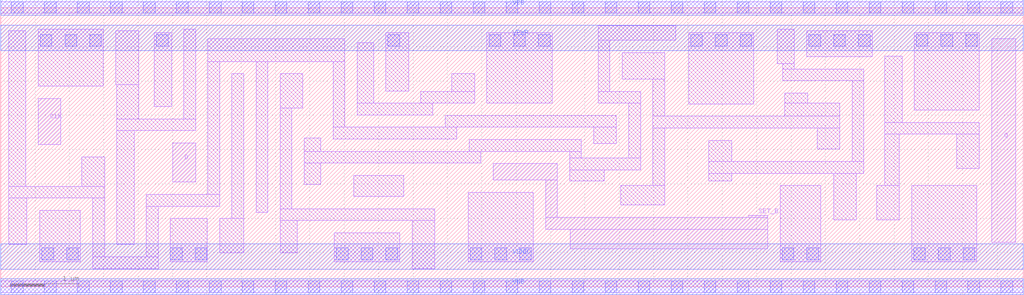
<source format=lef>
# Copyright 2020 The SkyWater PDK Authors
#
# Licensed under the Apache License, Version 2.0 (the "License");
# you may not use this file except in compliance with the License.
# You may obtain a copy of the License at
#
#     https://www.apache.org/licenses/LICENSE-2.0
#
# Unless required by applicable law or agreed to in writing, software
# distributed under the License is distributed on an "AS IS" BASIS,
# WITHOUT WARRANTIES OR CONDITIONS OF ANY KIND, either express or implied.
# See the License for the specific language governing permissions and
# limitations under the License.
#
# SPDX-License-Identifier: Apache-2.0

VERSION 5.7 ;
  NOWIREEXTENSIONATPIN ON ;
  DIVIDERCHAR "/" ;
  BUSBITCHARS "[]" ;
UNITS
  DATABASE MICRONS 200 ;
END UNITS
MACRO sky130_fd_sc_hvl__dfstp_1
  CLASS CORE ;
  FOREIGN sky130_fd_sc_hvl__dfstp_1 ;
  ORIGIN  0.000000  0.000000 ;
  SIZE  14.88000 BY  4.070000 ;
  SYMMETRY X Y ;
  SITE unithv ;
  PIN D
    ANTENNAGATEAREA  0.420000 ;
    DIRECTION INPUT ;
    USE SIGNAL ;
    PORT
      LAYER li1 ;
        RECT 2.505000 1.525000 2.835000 2.095000 ;
    END
  END D
  PIN Q
    ANTENNADIFFAREA  0.478750 ;
    DIRECTION OUTPUT ;
    USE SIGNAL ;
    PORT
      LAYER li1 ;
        RECT 14.420000 0.645000 14.770000 3.615000 ;
    END
  END Q
  PIN SET_B
    ANTENNAGATEAREA  0.840000 ;
    DIRECTION INPUT ;
    USE SIGNAL ;
    PORT
      LAYER li1 ;
        RECT  7.165000 1.555000  8.100000 1.795000 ;
        RECT  7.930000 0.840000 11.160000 1.010000 ;
        RECT  7.930000 1.010000  8.100000 1.555000 ;
        RECT  8.285000 0.555000 11.160000 0.840000 ;
        RECT 10.885000 1.010000 11.160000 1.040000 ;
    END
  END SET_B
  PIN CLK
    ANTENNAGATEAREA  0.585000 ;
    DIRECTION INPUT ;
    USE CLOCK ;
    PORT
      LAYER li1 ;
        RECT 0.545000 2.075000 0.875000 2.745000 ;
    END
  END CLK
  PIN VGND
    DIRECTION INOUT ;
    USE GROUND ;
    PORT
      LAYER met1 ;
        RECT 0.000000 0.255000 14.880000 0.625000 ;
    END
  END VGND
  PIN VNB
    DIRECTION INOUT ;
    USE GROUND ;
    PORT
      LAYER met1 ;
        RECT 0.000000 -0.115000 14.880000 0.115000 ;
    END
  END VNB
  PIN VPB
    DIRECTION INOUT ;
    USE POWER ;
    PORT
      LAYER met1 ;
        RECT 0.000000 3.955000 14.880000 4.185000 ;
    END
  END VPB
  PIN VPWR
    DIRECTION INOUT ;
    USE POWER ;
    PORT
      LAYER met1 ;
        RECT 0.000000 3.445000 14.880000 3.815000 ;
    END
  END VPWR
  OBS
    LAYER li1 ;
      RECT  0.000000 -0.085000 14.880000 0.085000 ;
      RECT  0.000000  3.985000 14.880000 4.155000 ;
      RECT  0.115000  0.615000  0.380000 1.295000 ;
      RECT  0.115000  1.295000  1.510000 1.465000 ;
      RECT  0.115000  1.465000  0.365000 3.735000 ;
      RECT  0.545000  2.925000  1.495000 3.755000 ;
      RECT  0.570000  0.365000  1.160000 1.115000 ;
      RECT  1.180000  1.465000  1.510000 1.895000 ;
      RECT  1.340000  0.265000  2.290000 0.435000 ;
      RECT  1.340000  0.435000  1.510000 1.295000 ;
      RECT  1.675000  2.945000  2.005000 3.735000 ;
      RECT  1.690000  0.615000  1.940000 2.275000 ;
      RECT  1.690000  2.275000  2.835000 2.445000 ;
      RECT  1.690000  2.445000  2.005000 2.945000 ;
      RECT  2.120000  0.435000  2.290000 1.175000 ;
      RECT  2.120000  1.175000  3.185000 1.345000 ;
      RECT  2.235000  2.625000  2.485000 3.705000 ;
      RECT  2.470000  0.365000  3.005000 0.995000 ;
      RECT  2.665000  2.445000  2.835000 3.755000 ;
      RECT  3.015000  1.345000  3.185000 3.285000 ;
      RECT  3.015000  3.285000  5.005000 3.615000 ;
      RECT  3.185000  0.495000  3.535000 0.995000 ;
      RECT  3.365000  0.995000  3.535000 3.105000 ;
      RECT  3.715000  1.085000  3.885000 3.285000 ;
      RECT  4.065000  0.495000  4.315000 0.965000 ;
      RECT  4.065000  0.965000  6.315000 1.135000 ;
      RECT  4.065000  1.135000  4.235000 2.605000 ;
      RECT  4.065000  2.605000  4.395000 3.105000 ;
      RECT  4.415000  1.495000  4.655000 1.805000 ;
      RECT  4.415000  1.805000  6.985000 1.975000 ;
      RECT  4.415000  1.975000  4.655000 2.165000 ;
      RECT  4.835000  2.155000  6.635000 2.325000 ;
      RECT  4.835000  2.325000  5.005000 3.285000 ;
      RECT  4.855000  0.365000  5.805000 0.785000 ;
      RECT  5.135000  1.315000  5.865000 1.625000 ;
      RECT  5.185000  2.505000  6.285000 2.675000 ;
      RECT  5.185000  2.675000  5.425000 3.555000 ;
      RECT  5.605000  2.855000  5.935000 3.705000 ;
      RECT  5.985000  0.265000  6.315000 0.965000 ;
      RECT  6.115000  2.675000  6.895000 2.845000 ;
      RECT  6.465000  2.325000  8.960000 2.495000 ;
      RECT  6.565000  2.845000  6.895000 3.105000 ;
      RECT  6.800000  0.365000  7.750000 1.375000 ;
      RECT  6.815000  1.975000  8.450000 2.145000 ;
      RECT  7.075000  2.675000  8.025000 3.705000 ;
      RECT  8.280000  1.545000  8.785000 1.705000 ;
      RECT  8.280000  1.705000  9.310000 1.875000 ;
      RECT  8.280000  1.875000  8.450000 1.975000 ;
      RECT  8.630000  2.085000  8.960000 2.325000 ;
      RECT  8.695000  2.675000  9.310000 2.845000 ;
      RECT  8.695000  2.845000  8.865000 3.595000 ;
      RECT  8.695000  3.595000  9.825000 3.805000 ;
      RECT  9.025000  1.190000  9.660000 1.475000 ;
      RECT  9.045000  3.025000  9.660000 3.415000 ;
      RECT  9.140000  1.875000  9.310000 2.675000 ;
      RECT  9.490000  1.475000  9.660000 2.315000 ;
      RECT  9.490000  2.315000 12.210000 2.485000 ;
      RECT  9.490000  2.485000  9.660000 3.025000 ;
      RECT 10.010000  2.665000 10.960000 3.705000 ;
      RECT 10.305000  1.545000 10.635000 1.655000 ;
      RECT 10.305000  1.655000 12.560000 1.825000 ;
      RECT 10.305000  1.825000 10.635000 2.135000 ;
      RECT 11.300000  3.255000 11.550000 3.755000 ;
      RECT 11.340000  0.365000 11.930000 1.475000 ;
      RECT 11.380000  3.005000 12.560000 3.175000 ;
      RECT 11.380000  3.175000 11.550000 3.255000 ;
      RECT 11.410000  2.485000 12.210000 2.675000 ;
      RECT 11.410000  2.675000 11.740000 2.825000 ;
      RECT 11.730000  3.355000 12.680000 3.735000 ;
      RECT 11.880000  2.005000 12.210000 2.315000 ;
      RECT 12.120000  0.975000 12.450000 1.655000 ;
      RECT 12.390000  1.825000 12.560000 3.005000 ;
      RECT 12.745000  0.975000 13.075000 1.475000 ;
      RECT 12.865000  1.475000 13.075000 2.225000 ;
      RECT 12.865000  2.225000 14.240000 2.395000 ;
      RECT 12.865000  2.395000 13.115000 3.365000 ;
      RECT 13.255000  0.365000 14.205000 1.475000 ;
      RECT 13.295000  2.575000 14.240000 3.705000 ;
      RECT 13.910000  1.725000 14.240000 2.225000 ;
    LAYER mcon ;
      RECT  0.155000 -0.085000  0.325000 0.085000 ;
      RECT  0.155000  3.985000  0.325000 4.155000 ;
      RECT  0.575000  3.505000  0.745000 3.675000 ;
      RECT  0.600000  0.395000  0.770000 0.565000 ;
      RECT  0.635000 -0.085000  0.805000 0.085000 ;
      RECT  0.635000  3.985000  0.805000 4.155000 ;
      RECT  0.935000  3.505000  1.105000 3.675000 ;
      RECT  0.960000  0.395000  1.130000 0.565000 ;
      RECT  1.115000 -0.085000  1.285000 0.085000 ;
      RECT  1.115000  3.985000  1.285000 4.155000 ;
      RECT  1.295000  3.505000  1.465000 3.675000 ;
      RECT  1.595000 -0.085000  1.765000 0.085000 ;
      RECT  1.595000  3.985000  1.765000 4.155000 ;
      RECT  2.075000 -0.085000  2.245000 0.085000 ;
      RECT  2.075000  3.985000  2.245000 4.155000 ;
      RECT  2.265000  3.505000  2.435000 3.675000 ;
      RECT  2.470000  0.395000  2.640000 0.565000 ;
      RECT  2.555000 -0.085000  2.725000 0.085000 ;
      RECT  2.555000  3.985000  2.725000 4.155000 ;
      RECT  2.830000  0.395000  3.000000 0.565000 ;
      RECT  3.035000 -0.085000  3.205000 0.085000 ;
      RECT  3.035000  3.985000  3.205000 4.155000 ;
      RECT  3.515000 -0.085000  3.685000 0.085000 ;
      RECT  3.515000  3.985000  3.685000 4.155000 ;
      RECT  3.995000 -0.085000  4.165000 0.085000 ;
      RECT  3.995000  3.985000  4.165000 4.155000 ;
      RECT  4.475000 -0.085000  4.645000 0.085000 ;
      RECT  4.475000  3.985000  4.645000 4.155000 ;
      RECT  4.885000  0.395000  5.055000 0.565000 ;
      RECT  4.955000 -0.085000  5.125000 0.085000 ;
      RECT  4.955000  3.985000  5.125000 4.155000 ;
      RECT  5.245000  0.395000  5.415000 0.565000 ;
      RECT  5.435000 -0.085000  5.605000 0.085000 ;
      RECT  5.435000  3.985000  5.605000 4.155000 ;
      RECT  5.605000  0.395000  5.775000 0.565000 ;
      RECT  5.635000  3.505000  5.805000 3.675000 ;
      RECT  5.915000 -0.085000  6.085000 0.085000 ;
      RECT  5.915000  3.985000  6.085000 4.155000 ;
      RECT  6.395000 -0.085000  6.565000 0.085000 ;
      RECT  6.395000  3.985000  6.565000 4.155000 ;
      RECT  6.830000  0.395000  7.000000 0.565000 ;
      RECT  6.875000 -0.085000  7.045000 0.085000 ;
      RECT  6.875000  3.985000  7.045000 4.155000 ;
      RECT  7.105000  3.505000  7.275000 3.675000 ;
      RECT  7.190000  0.395000  7.360000 0.565000 ;
      RECT  7.355000 -0.085000  7.525000 0.085000 ;
      RECT  7.355000  3.985000  7.525000 4.155000 ;
      RECT  7.465000  3.505000  7.635000 3.675000 ;
      RECT  7.550000  0.395000  7.720000 0.565000 ;
      RECT  7.825000  3.505000  7.995000 3.675000 ;
      RECT  7.835000 -0.085000  8.005000 0.085000 ;
      RECT  7.835000  3.985000  8.005000 4.155000 ;
      RECT  8.315000 -0.085000  8.485000 0.085000 ;
      RECT  8.315000  3.985000  8.485000 4.155000 ;
      RECT  8.795000 -0.085000  8.965000 0.085000 ;
      RECT  8.795000  3.985000  8.965000 4.155000 ;
      RECT  9.275000 -0.085000  9.445000 0.085000 ;
      RECT  9.275000  3.985000  9.445000 4.155000 ;
      RECT  9.755000 -0.085000  9.925000 0.085000 ;
      RECT  9.755000  3.985000  9.925000 4.155000 ;
      RECT 10.040000  3.505000 10.210000 3.675000 ;
      RECT 10.235000 -0.085000 10.405000 0.085000 ;
      RECT 10.235000  3.985000 10.405000 4.155000 ;
      RECT 10.400000  3.505000 10.570000 3.675000 ;
      RECT 10.715000 -0.085000 10.885000 0.085000 ;
      RECT 10.715000  3.985000 10.885000 4.155000 ;
      RECT 10.760000  3.505000 10.930000 3.675000 ;
      RECT 11.195000 -0.085000 11.365000 0.085000 ;
      RECT 11.195000  3.985000 11.365000 4.155000 ;
      RECT 11.370000  0.395000 11.540000 0.565000 ;
      RECT 11.675000 -0.085000 11.845000 0.085000 ;
      RECT 11.675000  3.985000 11.845000 4.155000 ;
      RECT 11.730000  0.395000 11.900000 0.565000 ;
      RECT 11.760000  3.505000 11.930000 3.675000 ;
      RECT 12.120000  3.505000 12.290000 3.675000 ;
      RECT 12.155000 -0.085000 12.325000 0.085000 ;
      RECT 12.155000  3.985000 12.325000 4.155000 ;
      RECT 12.480000  3.505000 12.650000 3.675000 ;
      RECT 12.635000 -0.085000 12.805000 0.085000 ;
      RECT 12.635000  3.985000 12.805000 4.155000 ;
      RECT 13.115000 -0.085000 13.285000 0.085000 ;
      RECT 13.115000  3.985000 13.285000 4.155000 ;
      RECT 13.285000  0.395000 13.455000 0.565000 ;
      RECT 13.320000  3.505000 13.490000 3.675000 ;
      RECT 13.595000 -0.085000 13.765000 0.085000 ;
      RECT 13.595000  3.985000 13.765000 4.155000 ;
      RECT 13.645000  0.395000 13.815000 0.565000 ;
      RECT 13.680000  3.505000 13.850000 3.675000 ;
      RECT 14.005000  0.395000 14.175000 0.565000 ;
      RECT 14.040000  3.505000 14.210000 3.675000 ;
      RECT 14.075000 -0.085000 14.245000 0.085000 ;
      RECT 14.075000  3.985000 14.245000 4.155000 ;
      RECT 14.555000 -0.085000 14.725000 0.085000 ;
      RECT 14.555000  3.985000 14.725000 4.155000 ;
  END
END sky130_fd_sc_hvl__dfstp_1
END LIBRARY

</source>
